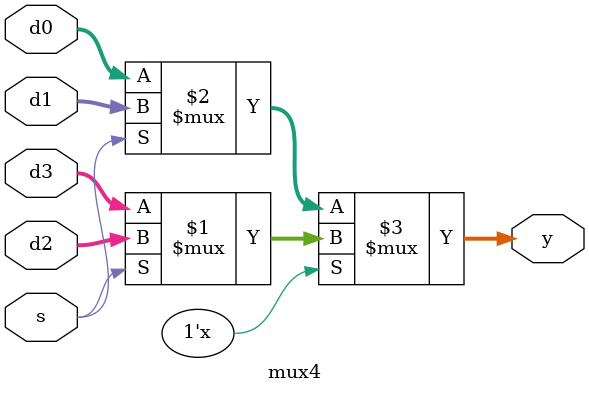
<source format=v>
module mux4 #(parameter WIDTH = 32)
             (input  [WIDTH-1:0] d0, d1, d2, d3,
              input              s, 
              output [WIDTH-1:0] y);

  assign y = s[1] ? (s[0] ? d2 : d3) : (s[0] ? d1 : d0); 
endmodule

</source>
